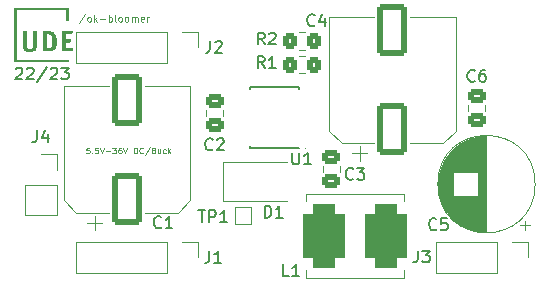
<source format=gto>
%TF.GenerationSoftware,KiCad,Pcbnew,(6.0.8)*%
%TF.CreationDate,2022-12-06T12:54:16+01:00*%
%TF.ProjectId,Single-DCDC-Converter-Rev2,53696e67-6c65-42d4-9443-44432d436f6e,rev?*%
%TF.SameCoordinates,Original*%
%TF.FileFunction,Legend,Top*%
%TF.FilePolarity,Positive*%
%FSLAX46Y46*%
G04 Gerber Fmt 4.6, Leading zero omitted, Abs format (unit mm)*
G04 Created by KiCad (PCBNEW (6.0.8)) date 2022-12-06 12:54:16*
%MOMM*%
%LPD*%
G01*
G04 APERTURE LIST*
G04 Aperture macros list*
%AMRoundRect*
0 Rectangle with rounded corners*
0 $1 Rounding radius*
0 $2 $3 $4 $5 $6 $7 $8 $9 X,Y pos of 4 corners*
0 Add a 4 corners polygon primitive as box body*
4,1,4,$2,$3,$4,$5,$6,$7,$8,$9,$2,$3,0*
0 Add four circle primitives for the rounded corners*
1,1,$1+$1,$2,$3*
1,1,$1+$1,$4,$5*
1,1,$1+$1,$6,$7*
1,1,$1+$1,$8,$9*
0 Add four rect primitives between the rounded corners*
20,1,$1+$1,$2,$3,$4,$5,0*
20,1,$1+$1,$4,$5,$6,$7,0*
20,1,$1+$1,$6,$7,$8,$9,0*
20,1,$1+$1,$8,$9,$2,$3,0*%
G04 Aperture macros list end*
%ADD10C,0.125000*%
%ADD11C,0.150000*%
%ADD12C,0.120000*%
%ADD13RoundRect,0.250000X1.000000X-1.950000X1.000000X1.950000X-1.000000X1.950000X-1.000000X-1.950000X0*%
%ADD14R,1.700000X1.700000*%
%ADD15O,1.700000X1.700000*%
%ADD16RoundRect,0.250000X0.475000X-0.337500X0.475000X0.337500X-0.475000X0.337500X-0.475000X-0.337500X0*%
%ADD17R,2.600000X3.100000*%
%ADD18R,1.550000X0.600000*%
%ADD19RoundRect,0.900000X-0.900000X1.850000X-0.900000X-1.850000X0.900000X-1.850000X0.900000X1.850000X0*%
%ADD20RoundRect,0.900000X0.900000X-1.850000X0.900000X1.850000X-0.900000X1.850000X-0.900000X-1.850000X0*%
%ADD21R,1.600000X1.600000*%
%ADD22C,1.600000*%
%ADD23R,2.500000X1.800000*%
%ADD24R,1.000000X1.000000*%
%ADD25C,5.000000*%
%ADD26RoundRect,0.250000X-0.350000X-0.450000X0.350000X-0.450000X0.350000X0.450000X-0.350000X0.450000X0*%
%ADD27RoundRect,0.250000X0.350000X0.450000X-0.350000X0.450000X-0.350000X-0.450000X0.350000X-0.450000X0*%
G04 APERTURE END LIST*
D10*
X91002380Y-51626190D02*
X90764285Y-51626190D01*
X90740476Y-51864285D01*
X90764285Y-51840476D01*
X90811904Y-51816666D01*
X90930952Y-51816666D01*
X90978571Y-51840476D01*
X91002380Y-51864285D01*
X91026190Y-51911904D01*
X91026190Y-52030952D01*
X91002380Y-52078571D01*
X90978571Y-52102380D01*
X90930952Y-52126190D01*
X90811904Y-52126190D01*
X90764285Y-52102380D01*
X90740476Y-52078571D01*
X91240476Y-52078571D02*
X91264285Y-52102380D01*
X91240476Y-52126190D01*
X91216666Y-52102380D01*
X91240476Y-52078571D01*
X91240476Y-52126190D01*
X91716666Y-51626190D02*
X91478571Y-51626190D01*
X91454761Y-51864285D01*
X91478571Y-51840476D01*
X91526190Y-51816666D01*
X91645238Y-51816666D01*
X91692857Y-51840476D01*
X91716666Y-51864285D01*
X91740476Y-51911904D01*
X91740476Y-52030952D01*
X91716666Y-52078571D01*
X91692857Y-52102380D01*
X91645238Y-52126190D01*
X91526190Y-52126190D01*
X91478571Y-52102380D01*
X91454761Y-52078571D01*
X91883333Y-51626190D02*
X92050000Y-52126190D01*
X92216666Y-51626190D01*
X92383333Y-51935714D02*
X92764285Y-51935714D01*
X92954761Y-51626190D02*
X93264285Y-51626190D01*
X93097619Y-51816666D01*
X93169047Y-51816666D01*
X93216666Y-51840476D01*
X93240476Y-51864285D01*
X93264285Y-51911904D01*
X93264285Y-52030952D01*
X93240476Y-52078571D01*
X93216666Y-52102380D01*
X93169047Y-52126190D01*
X93026190Y-52126190D01*
X92978571Y-52102380D01*
X92954761Y-52078571D01*
X93692857Y-51626190D02*
X93597619Y-51626190D01*
X93550000Y-51650000D01*
X93526190Y-51673809D01*
X93478571Y-51745238D01*
X93454761Y-51840476D01*
X93454761Y-52030952D01*
X93478571Y-52078571D01*
X93502380Y-52102380D01*
X93550000Y-52126190D01*
X93645238Y-52126190D01*
X93692857Y-52102380D01*
X93716666Y-52078571D01*
X93740476Y-52030952D01*
X93740476Y-51911904D01*
X93716666Y-51864285D01*
X93692857Y-51840476D01*
X93645238Y-51816666D01*
X93550000Y-51816666D01*
X93502380Y-51840476D01*
X93478571Y-51864285D01*
X93454761Y-51911904D01*
X93883333Y-51626190D02*
X94050000Y-52126190D01*
X94216666Y-51626190D01*
X94764285Y-52126190D02*
X94764285Y-51626190D01*
X94883333Y-51626190D01*
X94954761Y-51650000D01*
X95002380Y-51697619D01*
X95026190Y-51745238D01*
X95050000Y-51840476D01*
X95050000Y-51911904D01*
X95026190Y-52007142D01*
X95002380Y-52054761D01*
X94954761Y-52102380D01*
X94883333Y-52126190D01*
X94764285Y-52126190D01*
X95550000Y-52078571D02*
X95526190Y-52102380D01*
X95454761Y-52126190D01*
X95407142Y-52126190D01*
X95335714Y-52102380D01*
X95288095Y-52054761D01*
X95264285Y-52007142D01*
X95240476Y-51911904D01*
X95240476Y-51840476D01*
X95264285Y-51745238D01*
X95288095Y-51697619D01*
X95335714Y-51650000D01*
X95407142Y-51626190D01*
X95454761Y-51626190D01*
X95526190Y-51650000D01*
X95550000Y-51673809D01*
X96121428Y-51602380D02*
X95692857Y-52245238D01*
X96454761Y-51864285D02*
X96526190Y-51888095D01*
X96550000Y-51911904D01*
X96573809Y-51959523D01*
X96573809Y-52030952D01*
X96550000Y-52078571D01*
X96526190Y-52102380D01*
X96478571Y-52126190D01*
X96288095Y-52126190D01*
X96288095Y-51626190D01*
X96454761Y-51626190D01*
X96502380Y-51650000D01*
X96526190Y-51673809D01*
X96550000Y-51721428D01*
X96550000Y-51769047D01*
X96526190Y-51816666D01*
X96502380Y-51840476D01*
X96454761Y-51864285D01*
X96288095Y-51864285D01*
X97002380Y-51792857D02*
X97002380Y-52126190D01*
X96788095Y-51792857D02*
X96788095Y-52054761D01*
X96811904Y-52102380D01*
X96859523Y-52126190D01*
X96930952Y-52126190D01*
X96978571Y-52102380D01*
X97002380Y-52078571D01*
X97454761Y-52102380D02*
X97407142Y-52126190D01*
X97311904Y-52126190D01*
X97264285Y-52102380D01*
X97240476Y-52078571D01*
X97216666Y-52030952D01*
X97216666Y-51888095D01*
X97240476Y-51840476D01*
X97264285Y-51816666D01*
X97311904Y-51792857D01*
X97407142Y-51792857D01*
X97454761Y-51816666D01*
X97669047Y-52126190D02*
X97669047Y-51626190D01*
X97716666Y-51935714D02*
X97859523Y-52126190D01*
X97859523Y-51792857D02*
X97669047Y-51983333D01*
X90657142Y-40342857D02*
X90142857Y-41114285D01*
X90942857Y-40971428D02*
X90885714Y-40942857D01*
X90857142Y-40914285D01*
X90828571Y-40857142D01*
X90828571Y-40685714D01*
X90857142Y-40628571D01*
X90885714Y-40600000D01*
X90942857Y-40571428D01*
X91028571Y-40571428D01*
X91085714Y-40600000D01*
X91114285Y-40628571D01*
X91142857Y-40685714D01*
X91142857Y-40857142D01*
X91114285Y-40914285D01*
X91085714Y-40942857D01*
X91028571Y-40971428D01*
X90942857Y-40971428D01*
X91400000Y-40971428D02*
X91400000Y-40371428D01*
X91457142Y-40742857D02*
X91628571Y-40971428D01*
X91628571Y-40571428D02*
X91400000Y-40800000D01*
X91885714Y-40742857D02*
X92342857Y-40742857D01*
X92628571Y-40971428D02*
X92628571Y-40371428D01*
X92628571Y-40600000D02*
X92685714Y-40571428D01*
X92800000Y-40571428D01*
X92857142Y-40600000D01*
X92885714Y-40628571D01*
X92914285Y-40685714D01*
X92914285Y-40857142D01*
X92885714Y-40914285D01*
X92857142Y-40942857D01*
X92800000Y-40971428D01*
X92685714Y-40971428D01*
X92628571Y-40942857D01*
X93257142Y-40971428D02*
X93200000Y-40942857D01*
X93171428Y-40885714D01*
X93171428Y-40371428D01*
X93571428Y-40971428D02*
X93514285Y-40942857D01*
X93485714Y-40914285D01*
X93457142Y-40857142D01*
X93457142Y-40685714D01*
X93485714Y-40628571D01*
X93514285Y-40600000D01*
X93571428Y-40571428D01*
X93657142Y-40571428D01*
X93714285Y-40600000D01*
X93742857Y-40628571D01*
X93771428Y-40685714D01*
X93771428Y-40857142D01*
X93742857Y-40914285D01*
X93714285Y-40942857D01*
X93657142Y-40971428D01*
X93571428Y-40971428D01*
X94114285Y-40971428D02*
X94057142Y-40942857D01*
X94028571Y-40914285D01*
X94000000Y-40857142D01*
X94000000Y-40685714D01*
X94028571Y-40628571D01*
X94057142Y-40600000D01*
X94114285Y-40571428D01*
X94200000Y-40571428D01*
X94257142Y-40600000D01*
X94285714Y-40628571D01*
X94314285Y-40685714D01*
X94314285Y-40857142D01*
X94285714Y-40914285D01*
X94257142Y-40942857D01*
X94200000Y-40971428D01*
X94114285Y-40971428D01*
X94571428Y-40971428D02*
X94571428Y-40571428D01*
X94571428Y-40628571D02*
X94600000Y-40600000D01*
X94657142Y-40571428D01*
X94742857Y-40571428D01*
X94800000Y-40600000D01*
X94828571Y-40657142D01*
X94828571Y-40971428D01*
X94828571Y-40657142D02*
X94857142Y-40600000D01*
X94914285Y-40571428D01*
X95000000Y-40571428D01*
X95057142Y-40600000D01*
X95085714Y-40657142D01*
X95085714Y-40971428D01*
X95600000Y-40942857D02*
X95542857Y-40971428D01*
X95428571Y-40971428D01*
X95371428Y-40942857D01*
X95342857Y-40885714D01*
X95342857Y-40657142D01*
X95371428Y-40600000D01*
X95428571Y-40571428D01*
X95542857Y-40571428D01*
X95600000Y-40600000D01*
X95628571Y-40657142D01*
X95628571Y-40714285D01*
X95342857Y-40771428D01*
X95885714Y-40971428D02*
X95885714Y-40571428D01*
X95885714Y-40685714D02*
X95914285Y-40628571D01*
X95942857Y-40600000D01*
X96000000Y-40571428D01*
X96057142Y-40571428D01*
D11*
X84761904Y-44947619D02*
X84809523Y-44900000D01*
X84904761Y-44852380D01*
X85142857Y-44852380D01*
X85238095Y-44900000D01*
X85285714Y-44947619D01*
X85333333Y-45042857D01*
X85333333Y-45138095D01*
X85285714Y-45280952D01*
X84714285Y-45852380D01*
X85333333Y-45852380D01*
X85714285Y-44947619D02*
X85761904Y-44900000D01*
X85857142Y-44852380D01*
X86095238Y-44852380D01*
X86190476Y-44900000D01*
X86238095Y-44947619D01*
X86285714Y-45042857D01*
X86285714Y-45138095D01*
X86238095Y-45280952D01*
X85666666Y-45852380D01*
X86285714Y-45852380D01*
X87428571Y-44804761D02*
X86571428Y-46090476D01*
X87714285Y-44947619D02*
X87761904Y-44900000D01*
X87857142Y-44852380D01*
X88095238Y-44852380D01*
X88190476Y-44900000D01*
X88238095Y-44947619D01*
X88285714Y-45042857D01*
X88285714Y-45138095D01*
X88238095Y-45280952D01*
X87666666Y-45852380D01*
X88285714Y-45852380D01*
X88619047Y-44852380D02*
X89238095Y-44852380D01*
X88904761Y-45233333D01*
X89047619Y-45233333D01*
X89142857Y-45280952D01*
X89190476Y-45328571D01*
X89238095Y-45423809D01*
X89238095Y-45661904D01*
X89190476Y-45757142D01*
X89142857Y-45804761D01*
X89047619Y-45852380D01*
X88761904Y-45852380D01*
X88666666Y-45804761D01*
X88619047Y-45757142D01*
X97083333Y-58357142D02*
X97035714Y-58404761D01*
X96892857Y-58452380D01*
X96797619Y-58452380D01*
X96654761Y-58404761D01*
X96559523Y-58309523D01*
X96511904Y-58214285D01*
X96464285Y-58023809D01*
X96464285Y-57880952D01*
X96511904Y-57690476D01*
X96559523Y-57595238D01*
X96654761Y-57500000D01*
X96797619Y-57452380D01*
X96892857Y-57452380D01*
X97035714Y-57500000D01*
X97083333Y-57547619D01*
X98035714Y-58452380D02*
X97464285Y-58452380D01*
X97750000Y-58452380D02*
X97750000Y-57452380D01*
X97654761Y-57595238D01*
X97559523Y-57690476D01*
X97464285Y-57738095D01*
X101216666Y-42602380D02*
X101216666Y-43316666D01*
X101169047Y-43459523D01*
X101073809Y-43554761D01*
X100930952Y-43602380D01*
X100835714Y-43602380D01*
X101645238Y-42697619D02*
X101692857Y-42650000D01*
X101788095Y-42602380D01*
X102026190Y-42602380D01*
X102121428Y-42650000D01*
X102169047Y-42697619D01*
X102216666Y-42792857D01*
X102216666Y-42888095D01*
X102169047Y-43030952D01*
X101597619Y-43602380D01*
X102216666Y-43602380D01*
X101433333Y-51757142D02*
X101385714Y-51804761D01*
X101242857Y-51852380D01*
X101147619Y-51852380D01*
X101004761Y-51804761D01*
X100909523Y-51709523D01*
X100861904Y-51614285D01*
X100814285Y-51423809D01*
X100814285Y-51280952D01*
X100861904Y-51090476D01*
X100909523Y-50995238D01*
X101004761Y-50900000D01*
X101147619Y-50852380D01*
X101242857Y-50852380D01*
X101385714Y-50900000D01*
X101433333Y-50947619D01*
X101814285Y-50947619D02*
X101861904Y-50900000D01*
X101957142Y-50852380D01*
X102195238Y-50852380D01*
X102290476Y-50900000D01*
X102338095Y-50947619D01*
X102385714Y-51042857D01*
X102385714Y-51138095D01*
X102338095Y-51280952D01*
X101766666Y-51852380D01*
X102385714Y-51852380D01*
X108188095Y-52052380D02*
X108188095Y-52861904D01*
X108235714Y-52957142D01*
X108283333Y-53004761D01*
X108378571Y-53052380D01*
X108569047Y-53052380D01*
X108664285Y-53004761D01*
X108711904Y-52957142D01*
X108759523Y-52861904D01*
X108759523Y-52052380D01*
X109759523Y-53052380D02*
X109188095Y-53052380D01*
X109473809Y-53052380D02*
X109473809Y-52052380D01*
X109378571Y-52195238D01*
X109283333Y-52290476D01*
X109188095Y-52338095D01*
X107908333Y-62527380D02*
X107432142Y-62527380D01*
X107432142Y-61527380D01*
X108765476Y-62527380D02*
X108194047Y-62527380D01*
X108479761Y-62527380D02*
X108479761Y-61527380D01*
X108384523Y-61670238D01*
X108289285Y-61765476D01*
X108194047Y-61813095D01*
X120381733Y-58523142D02*
X120334114Y-58570761D01*
X120191257Y-58618380D01*
X120096019Y-58618380D01*
X119953161Y-58570761D01*
X119857923Y-58475523D01*
X119810304Y-58380285D01*
X119762685Y-58189809D01*
X119762685Y-58046952D01*
X119810304Y-57856476D01*
X119857923Y-57761238D01*
X119953161Y-57666000D01*
X120096019Y-57618380D01*
X120191257Y-57618380D01*
X120334114Y-57666000D01*
X120381733Y-57713619D01*
X121286495Y-57618380D02*
X120810304Y-57618380D01*
X120762685Y-58094571D01*
X120810304Y-58046952D01*
X120905542Y-57999333D01*
X121143638Y-57999333D01*
X121238876Y-58046952D01*
X121286495Y-58094571D01*
X121334114Y-58189809D01*
X121334114Y-58427904D01*
X121286495Y-58523142D01*
X121238876Y-58570761D01*
X121143638Y-58618380D01*
X120905542Y-58618380D01*
X120810304Y-58570761D01*
X120762685Y-58523142D01*
X113333333Y-54257142D02*
X113285714Y-54304761D01*
X113142857Y-54352380D01*
X113047619Y-54352380D01*
X112904761Y-54304761D01*
X112809523Y-54209523D01*
X112761904Y-54114285D01*
X112714285Y-53923809D01*
X112714285Y-53780952D01*
X112761904Y-53590476D01*
X112809523Y-53495238D01*
X112904761Y-53400000D01*
X113047619Y-53352380D01*
X113142857Y-53352380D01*
X113285714Y-53400000D01*
X113333333Y-53447619D01*
X113666666Y-53352380D02*
X114285714Y-53352380D01*
X113952380Y-53733333D01*
X114095238Y-53733333D01*
X114190476Y-53780952D01*
X114238095Y-53828571D01*
X114285714Y-53923809D01*
X114285714Y-54161904D01*
X114238095Y-54257142D01*
X114190476Y-54304761D01*
X114095238Y-54352380D01*
X113809523Y-54352380D01*
X113714285Y-54304761D01*
X113666666Y-54257142D01*
X105836904Y-57552380D02*
X105836904Y-56552380D01*
X106075000Y-56552380D01*
X106217857Y-56600000D01*
X106313095Y-56695238D01*
X106360714Y-56790476D01*
X106408333Y-56980952D01*
X106408333Y-57123809D01*
X106360714Y-57314285D01*
X106313095Y-57409523D01*
X106217857Y-57504761D01*
X106075000Y-57552380D01*
X105836904Y-57552380D01*
X107360714Y-57552380D02*
X106789285Y-57552380D01*
X107075000Y-57552380D02*
X107075000Y-56552380D01*
X106979761Y-56695238D01*
X106884523Y-56790476D01*
X106789285Y-56838095D01*
X100238095Y-56952380D02*
X100809523Y-56952380D01*
X100523809Y-57952380D02*
X100523809Y-56952380D01*
X101142857Y-57952380D02*
X101142857Y-56952380D01*
X101523809Y-56952380D01*
X101619047Y-57000000D01*
X101666666Y-57047619D01*
X101714285Y-57142857D01*
X101714285Y-57285714D01*
X101666666Y-57380952D01*
X101619047Y-57428571D01*
X101523809Y-57476190D01*
X101142857Y-57476190D01*
X102666666Y-57952380D02*
X102095238Y-57952380D01*
X102380952Y-57952380D02*
X102380952Y-56952380D01*
X102285714Y-57095238D01*
X102190476Y-57190476D01*
X102095238Y-57238095D01*
X110069333Y-41251142D02*
X110021714Y-41298761D01*
X109878857Y-41346380D01*
X109783619Y-41346380D01*
X109640761Y-41298761D01*
X109545523Y-41203523D01*
X109497904Y-41108285D01*
X109450285Y-40917809D01*
X109450285Y-40774952D01*
X109497904Y-40584476D01*
X109545523Y-40489238D01*
X109640761Y-40394000D01*
X109783619Y-40346380D01*
X109878857Y-40346380D01*
X110021714Y-40394000D01*
X110069333Y-40441619D01*
X110926476Y-40679714D02*
X110926476Y-41346380D01*
X110688380Y-40298761D02*
X110450285Y-41013047D01*
X111069333Y-41013047D01*
X105833333Y-42902380D02*
X105500000Y-42426190D01*
X105261904Y-42902380D02*
X105261904Y-41902380D01*
X105642857Y-41902380D01*
X105738095Y-41950000D01*
X105785714Y-41997619D01*
X105833333Y-42092857D01*
X105833333Y-42235714D01*
X105785714Y-42330952D01*
X105738095Y-42378571D01*
X105642857Y-42426190D01*
X105261904Y-42426190D01*
X106214285Y-41997619D02*
X106261904Y-41950000D01*
X106357142Y-41902380D01*
X106595238Y-41902380D01*
X106690476Y-41950000D01*
X106738095Y-41997619D01*
X106785714Y-42092857D01*
X106785714Y-42188095D01*
X106738095Y-42330952D01*
X106166666Y-42902380D01*
X106785714Y-42902380D01*
X101166666Y-60372380D02*
X101166666Y-61086666D01*
X101119047Y-61229523D01*
X101023809Y-61324761D01*
X100880952Y-61372380D01*
X100785714Y-61372380D01*
X102166666Y-61372380D02*
X101595238Y-61372380D01*
X101880952Y-61372380D02*
X101880952Y-60372380D01*
X101785714Y-60515238D01*
X101690476Y-60610476D01*
X101595238Y-60658095D01*
X118816666Y-60352380D02*
X118816666Y-61066666D01*
X118769047Y-61209523D01*
X118673809Y-61304761D01*
X118530952Y-61352380D01*
X118435714Y-61352380D01*
X119197619Y-60352380D02*
X119816666Y-60352380D01*
X119483333Y-60733333D01*
X119626190Y-60733333D01*
X119721428Y-60780952D01*
X119769047Y-60828571D01*
X119816666Y-60923809D01*
X119816666Y-61161904D01*
X119769047Y-61257142D01*
X119721428Y-61304761D01*
X119626190Y-61352380D01*
X119340476Y-61352380D01*
X119245238Y-61304761D01*
X119197619Y-61257142D01*
X86566666Y-50182380D02*
X86566666Y-50896666D01*
X86519047Y-51039523D01*
X86423809Y-51134761D01*
X86280952Y-51182380D01*
X86185714Y-51182380D01*
X87471428Y-50515714D02*
X87471428Y-51182380D01*
X87233333Y-50134761D02*
X86995238Y-50849047D01*
X87614285Y-50849047D01*
X105833333Y-44902380D02*
X105500000Y-44426190D01*
X105261904Y-44902380D02*
X105261904Y-43902380D01*
X105642857Y-43902380D01*
X105738095Y-43950000D01*
X105785714Y-43997619D01*
X105833333Y-44092857D01*
X105833333Y-44235714D01*
X105785714Y-44330952D01*
X105738095Y-44378571D01*
X105642857Y-44426190D01*
X105261904Y-44426190D01*
X106785714Y-44902380D02*
X106214285Y-44902380D01*
X106500000Y-44902380D02*
X106500000Y-43902380D01*
X106404761Y-44045238D01*
X106309523Y-44140476D01*
X106214285Y-44188095D01*
X123633333Y-45957142D02*
X123585714Y-46004761D01*
X123442857Y-46052380D01*
X123347619Y-46052380D01*
X123204761Y-46004761D01*
X123109523Y-45909523D01*
X123061904Y-45814285D01*
X123014285Y-45623809D01*
X123014285Y-45480952D01*
X123061904Y-45290476D01*
X123109523Y-45195238D01*
X123204761Y-45100000D01*
X123347619Y-45052380D01*
X123442857Y-45052380D01*
X123585714Y-45100000D01*
X123633333Y-45147619D01*
X124490476Y-45052380D02*
X124300000Y-45052380D01*
X124204761Y-45100000D01*
X124157142Y-45147619D01*
X124061904Y-45290476D01*
X124014285Y-45480952D01*
X124014285Y-45861904D01*
X124061904Y-45957142D01*
X124109523Y-46004761D01*
X124204761Y-46052380D01*
X124395238Y-46052380D01*
X124490476Y-46004761D01*
X124538095Y-45957142D01*
X124585714Y-45861904D01*
X124585714Y-45623809D01*
X124538095Y-45528571D01*
X124490476Y-45480952D01*
X124395238Y-45433333D01*
X124204761Y-45433333D01*
X124109523Y-45480952D01*
X124061904Y-45528571D01*
X124014285Y-45623809D01*
D12*
X98495563Y-57160000D02*
X95710000Y-57160000D01*
X90815000Y-58025000D02*
X92065000Y-58025000D01*
X88840000Y-56095563D02*
X88840000Y-46440000D01*
X91440000Y-58650000D02*
X91440000Y-57400000D01*
X98495563Y-57160000D02*
X99560000Y-56095563D01*
X99560000Y-46440000D02*
X95710000Y-46440000D01*
X89904437Y-57160000D02*
X88840000Y-56095563D01*
X99560000Y-56095563D02*
X99560000Y-46440000D01*
X88840000Y-46440000D02*
X92690000Y-46440000D01*
X89904437Y-57160000D02*
X92690000Y-57160000D01*
X100190000Y-41810000D02*
X100190000Y-43140000D01*
X97590000Y-41810000D02*
X89910000Y-41810000D01*
X97590000Y-41810000D02*
X97590000Y-44470000D01*
X98860000Y-41810000D02*
X100190000Y-41810000D01*
X89910000Y-41810000D02*
X89910000Y-44470000D01*
X97590000Y-44470000D02*
X89910000Y-44470000D01*
X102335000Y-48961252D02*
X102335000Y-48438748D01*
X100865000Y-48961252D02*
X100865000Y-48438748D01*
D11*
X104625000Y-46525000D02*
X104625000Y-46670000D01*
X108775000Y-46525000D02*
X104625000Y-46525000D01*
X108775000Y-51675000D02*
X104625000Y-51675000D01*
X108775000Y-51675000D02*
X108775000Y-51625000D01*
X104625000Y-51675000D02*
X104625000Y-51530000D01*
X108775000Y-46525000D02*
X108775000Y-46670000D01*
D12*
X109240000Y-51640000D02*
G75*
G03*
X109240000Y-51640000I0J0D01*
G01*
X109325000Y-62631000D02*
X109325000Y-62000000D01*
X117625000Y-62631000D02*
X109325000Y-62631000D01*
X109325000Y-55525000D02*
X117625000Y-55525000D01*
X117625000Y-62000000D02*
X117625000Y-62631000D01*
X117625000Y-55525000D02*
X117625000Y-56156000D01*
X109325000Y-56156000D02*
X109325000Y-55525000D01*
X120744000Y-56071000D02*
X120744000Y-53379000D01*
X121744000Y-57632000D02*
X121744000Y-51818000D01*
X122304000Y-53685000D02*
X122304000Y-51360000D01*
X123184000Y-53685000D02*
X123184000Y-50904000D01*
X121944000Y-53685000D02*
X121944000Y-51635000D01*
X122424000Y-58169000D02*
X122424000Y-55765000D01*
X121984000Y-53685000D02*
X121984000Y-51601000D01*
X122384000Y-53685000D02*
X122384000Y-51307000D01*
X123544000Y-53685000D02*
X123544000Y-50789000D01*
X123344000Y-53685000D02*
X123344000Y-50848000D01*
X121424000Y-57281000D02*
X121424000Y-52169000D01*
X120704000Y-55954000D02*
X120704000Y-53496000D01*
X122344000Y-53685000D02*
X122344000Y-51333000D01*
X122984000Y-58465000D02*
X122984000Y-55765000D01*
X124585000Y-58805000D02*
X124585000Y-50645000D01*
X121384000Y-57230000D02*
X121384000Y-52220000D01*
X121144000Y-56891000D02*
X121144000Y-52559000D01*
X122904000Y-53685000D02*
X122904000Y-51021000D01*
X121104000Y-56827000D02*
X121104000Y-52623000D01*
X122504000Y-58218000D02*
X122504000Y-55765000D01*
X123024000Y-58482000D02*
X123024000Y-55765000D01*
X122104000Y-57945000D02*
X122104000Y-55765000D01*
X122424000Y-53685000D02*
X122424000Y-51281000D01*
X124145000Y-58777000D02*
X124145000Y-50673000D01*
X122744000Y-53685000D02*
X122744000Y-51098000D01*
X123264000Y-58575000D02*
X123264000Y-55765000D01*
X123985000Y-58755000D02*
X123985000Y-50695000D01*
X123184000Y-58546000D02*
X123184000Y-55765000D01*
X123104000Y-53685000D02*
X123104000Y-50935000D01*
X123504000Y-53685000D02*
X123504000Y-50800000D01*
X123584000Y-58672000D02*
X123584000Y-55765000D01*
X123784000Y-58719000D02*
X123784000Y-55765000D01*
X122024000Y-57881000D02*
X122024000Y-55765000D01*
X121584000Y-57466000D02*
X121584000Y-51984000D01*
X121264000Y-57070000D02*
X121264000Y-52380000D01*
X121064000Y-56759000D02*
X121064000Y-52691000D01*
X123424000Y-53685000D02*
X123424000Y-50823000D01*
X123104000Y-58515000D02*
X123104000Y-55765000D01*
X123464000Y-53685000D02*
X123464000Y-50811000D01*
X123144000Y-58530000D02*
X123144000Y-55765000D01*
X123784000Y-53685000D02*
X123784000Y-50731000D01*
X123704000Y-53685000D02*
X123704000Y-50749000D01*
X121344000Y-57179000D02*
X121344000Y-52271000D01*
X124225000Y-58786000D02*
X124225000Y-50664000D01*
X120864000Y-56370000D02*
X120864000Y-53080000D01*
X122024000Y-53685000D02*
X122024000Y-51569000D01*
X122824000Y-53685000D02*
X122824000Y-51059000D01*
X123744000Y-58710000D02*
X123744000Y-55765000D01*
X122624000Y-53685000D02*
X122624000Y-51163000D01*
X123064000Y-53685000D02*
X123064000Y-50951000D01*
X123424000Y-58627000D02*
X123424000Y-55765000D01*
X123384000Y-58614000D02*
X123384000Y-55765000D01*
X122784000Y-53685000D02*
X122784000Y-51078000D01*
X122744000Y-58352000D02*
X122744000Y-55765000D01*
X122464000Y-53685000D02*
X122464000Y-51256000D01*
X124065000Y-58767000D02*
X124065000Y-50683000D01*
X124305000Y-58793000D02*
X124305000Y-50657000D01*
X123304000Y-53685000D02*
X123304000Y-50862000D01*
X124025000Y-58762000D02*
X124025000Y-50688000D01*
X123864000Y-53685000D02*
X123864000Y-50715000D01*
X123704000Y-58701000D02*
X123704000Y-55765000D01*
X123664000Y-53685000D02*
X123664000Y-50758000D01*
X122984000Y-53685000D02*
X122984000Y-50985000D01*
X124465000Y-58802000D02*
X124465000Y-50648000D01*
X123664000Y-58692000D02*
X123664000Y-55765000D01*
X120944000Y-56538000D02*
X120944000Y-52912000D01*
X123904000Y-53685000D02*
X123904000Y-50708000D01*
X123344000Y-58602000D02*
X123344000Y-55765000D01*
X121544000Y-57422000D02*
X121544000Y-52028000D01*
X122544000Y-53685000D02*
X122544000Y-51208000D01*
X122264000Y-58063000D02*
X122264000Y-55765000D01*
X122344000Y-58117000D02*
X122344000Y-55765000D01*
X121184000Y-56953000D02*
X121184000Y-52497000D01*
X128275000Y-58225000D02*
X127475000Y-58225000D01*
X121304000Y-57125000D02*
X121304000Y-52325000D01*
X123624000Y-58682000D02*
X123624000Y-55765000D01*
X120784000Y-56178000D02*
X120784000Y-53272000D01*
X122144000Y-57975000D02*
X122144000Y-55765000D01*
X121864000Y-53685000D02*
X121864000Y-51706000D01*
X121904000Y-57780000D02*
X121904000Y-55765000D01*
X120544000Y-55258000D02*
X120544000Y-54192000D01*
X121704000Y-57592000D02*
X121704000Y-51858000D01*
X122704000Y-58331000D02*
X122704000Y-55765000D01*
X122784000Y-58372000D02*
X122784000Y-55765000D01*
X122264000Y-53685000D02*
X122264000Y-51387000D01*
X122464000Y-58194000D02*
X122464000Y-55765000D01*
X123544000Y-58661000D02*
X123544000Y-55765000D01*
X122864000Y-58411000D02*
X122864000Y-55765000D01*
X122184000Y-58005000D02*
X122184000Y-55765000D01*
X123464000Y-58639000D02*
X123464000Y-55765000D01*
X121824000Y-57708000D02*
X121824000Y-51742000D01*
X121504000Y-57376000D02*
X121504000Y-52074000D01*
X123304000Y-58588000D02*
X123304000Y-55765000D01*
X121224000Y-57012000D02*
X121224000Y-52438000D01*
X121624000Y-57509000D02*
X121624000Y-51941000D01*
X120984000Y-56615000D02*
X120984000Y-52835000D01*
X123144000Y-53685000D02*
X123144000Y-50920000D01*
X122224000Y-53685000D02*
X122224000Y-51416000D01*
X122144000Y-53685000D02*
X122144000Y-51475000D01*
X120824000Y-56277000D02*
X120824000Y-53173000D01*
X121664000Y-57551000D02*
X121664000Y-51899000D01*
X123504000Y-58650000D02*
X123504000Y-55765000D01*
X121984000Y-57849000D02*
X121984000Y-55765000D01*
X124625000Y-58805000D02*
X124625000Y-50645000D01*
X122944000Y-53685000D02*
X122944000Y-51003000D01*
X120664000Y-55823000D02*
X120664000Y-53627000D01*
X122904000Y-58429000D02*
X122904000Y-55765000D01*
X120584000Y-55493000D02*
X120584000Y-53957000D01*
X122584000Y-53685000D02*
X122584000Y-51185000D01*
X123624000Y-53685000D02*
X123624000Y-50768000D01*
X122704000Y-53685000D02*
X122704000Y-51119000D01*
X123384000Y-53685000D02*
X123384000Y-50836000D01*
X123584000Y-53685000D02*
X123584000Y-50778000D01*
X122384000Y-58143000D02*
X122384000Y-55765000D01*
X122184000Y-53685000D02*
X122184000Y-51445000D01*
X124265000Y-58790000D02*
X124265000Y-50660000D01*
X121024000Y-56689000D02*
X121024000Y-52761000D01*
X121464000Y-57329000D02*
X121464000Y-52121000D01*
X123264000Y-53685000D02*
X123264000Y-50875000D01*
X122064000Y-57914000D02*
X122064000Y-55765000D01*
X122104000Y-53685000D02*
X122104000Y-51505000D01*
X122664000Y-53685000D02*
X122664000Y-51141000D01*
X123904000Y-58742000D02*
X123904000Y-55765000D01*
X123824000Y-53685000D02*
X123824000Y-50723000D01*
X123224000Y-53685000D02*
X123224000Y-50890000D01*
X122664000Y-58309000D02*
X122664000Y-55765000D01*
X122504000Y-53685000D02*
X122504000Y-51232000D01*
X123945000Y-58749000D02*
X123945000Y-50701000D01*
X122544000Y-58242000D02*
X122544000Y-55765000D01*
X120624000Y-55673000D02*
X120624000Y-53777000D01*
X127875000Y-58625000D02*
X127875000Y-57825000D01*
X120904000Y-56456000D02*
X120904000Y-52994000D01*
X124185000Y-58782000D02*
X124185000Y-50668000D01*
X121864000Y-57744000D02*
X121864000Y-55765000D01*
X123024000Y-53685000D02*
X123024000Y-50968000D01*
X122864000Y-53685000D02*
X122864000Y-51039000D01*
X121904000Y-53685000D02*
X121904000Y-51670000D01*
X123824000Y-58727000D02*
X123824000Y-55765000D01*
X124425000Y-58801000D02*
X124425000Y-50649000D01*
X122584000Y-58265000D02*
X122584000Y-55765000D01*
X123744000Y-53685000D02*
X123744000Y-50740000D01*
X123864000Y-58735000D02*
X123864000Y-55765000D01*
X124105000Y-58773000D02*
X124105000Y-50677000D01*
X124545000Y-58805000D02*
X124545000Y-50645000D01*
X122824000Y-58391000D02*
X122824000Y-55765000D01*
X122944000Y-58447000D02*
X122944000Y-55765000D01*
X123224000Y-58560000D02*
X123224000Y-55765000D01*
X124385000Y-58799000D02*
X124385000Y-50651000D01*
X122624000Y-58287000D02*
X122624000Y-55765000D01*
X122224000Y-58034000D02*
X122224000Y-55765000D01*
X121944000Y-57815000D02*
X121944000Y-55765000D01*
X124345000Y-58796000D02*
X124345000Y-50654000D01*
X122064000Y-53685000D02*
X122064000Y-51536000D01*
X122304000Y-58090000D02*
X122304000Y-55765000D01*
X123064000Y-58499000D02*
X123064000Y-55765000D01*
X124505000Y-58804000D02*
X124505000Y-50646000D01*
X121784000Y-57670000D02*
X121784000Y-51780000D01*
X128745000Y-54725000D02*
G75*
G03*
X128745000Y-54725000I-4120000J0D01*
G01*
X112235000Y-53686252D02*
X112235000Y-53163748D01*
X110765000Y-53686252D02*
X110765000Y-53163748D01*
X102300000Y-52850000D02*
X102300000Y-56150000D01*
X102300000Y-56150000D02*
X107700000Y-56150000D01*
X102300000Y-52850000D02*
X107700000Y-52850000D01*
X103300000Y-58100000D02*
X103300000Y-56700000D01*
X103300000Y-56700000D02*
X104700000Y-56700000D01*
X104700000Y-56700000D02*
X104700000Y-58100000D01*
X104700000Y-58100000D02*
X103300000Y-58100000D01*
X113890000Y-52750000D02*
X113890000Y-51500000D01*
X112354437Y-51260000D02*
X111290000Y-50195563D01*
X111290000Y-40540000D02*
X115140000Y-40540000D01*
X111290000Y-50195563D02*
X111290000Y-40540000D01*
X120945563Y-51260000D02*
X122010000Y-50195563D01*
X122010000Y-50195563D02*
X122010000Y-40540000D01*
X113265000Y-52125000D02*
X114515000Y-52125000D01*
X112354437Y-51260000D02*
X115140000Y-51260000D01*
X122010000Y-40540000D02*
X118160000Y-40540000D01*
X120945563Y-51260000D02*
X118160000Y-51260000D01*
X108772936Y-41865000D02*
X109227064Y-41865000D01*
X108772936Y-43335000D02*
X109227064Y-43335000D01*
X100190000Y-59590000D02*
X100190000Y-60920000D01*
X97590000Y-59590000D02*
X97590000Y-62250000D01*
X97590000Y-59590000D02*
X89910000Y-59590000D01*
X97590000Y-62250000D02*
X89910000Y-62250000D01*
X89910000Y-59590000D02*
X89910000Y-62250000D01*
X98860000Y-59590000D02*
X100190000Y-59590000D01*
X125530000Y-59590000D02*
X120390000Y-59590000D01*
X125530000Y-62250000D02*
X120390000Y-62250000D01*
X128130000Y-59590000D02*
X128130000Y-60920000D01*
X126800000Y-59590000D02*
X128130000Y-59590000D01*
X125530000Y-59590000D02*
X125530000Y-62250000D01*
X120390000Y-59590000D02*
X120390000Y-62250000D01*
X85570000Y-57370000D02*
X88230000Y-57370000D01*
X86900000Y-52170000D02*
X88230000Y-52170000D01*
X85570000Y-54770000D02*
X88230000Y-54770000D01*
X88230000Y-52170000D02*
X88230000Y-53500000D01*
X88230000Y-54770000D02*
X88230000Y-57370000D01*
X85570000Y-54770000D02*
X85570000Y-57370000D01*
X109227064Y-43865000D02*
X108772936Y-43865000D01*
X109227064Y-45335000D02*
X108772936Y-45335000D01*
X124535000Y-48561252D02*
X124535000Y-48038748D01*
X123065000Y-48561252D02*
X123065000Y-48038748D01*
G36*
X89224797Y-41776444D02*
G01*
X89304733Y-41776608D01*
X89373307Y-41776893D01*
X89431183Y-41777311D01*
X89479023Y-41777874D01*
X89517493Y-41778592D01*
X89547256Y-41779476D01*
X89568975Y-41780538D01*
X89583316Y-41781787D01*
X89590940Y-41783236D01*
X89592411Y-41784007D01*
X89596637Y-41789635D01*
X89598797Y-41797331D01*
X89598622Y-41808827D01*
X89595847Y-41825854D01*
X89590204Y-41850142D01*
X89581425Y-41883423D01*
X89571554Y-41919160D01*
X89560024Y-41959369D01*
X89550675Y-41989054D01*
X89542802Y-42010047D01*
X89535696Y-42024182D01*
X89528650Y-42033290D01*
X89526856Y-42034961D01*
X89510484Y-42049238D01*
X89003573Y-42049238D01*
X89003573Y-42461678D01*
X89233905Y-42461678D01*
X89299005Y-42461798D01*
X89352277Y-42462174D01*
X89394581Y-42462835D01*
X89426777Y-42463807D01*
X89449724Y-42465119D01*
X89464284Y-42466798D01*
X89471315Y-42468872D01*
X89471852Y-42469293D01*
X89474860Y-42477151D01*
X89477072Y-42494455D01*
X89478537Y-42522076D01*
X89479310Y-42560883D01*
X89479466Y-42595838D01*
X89479411Y-42637455D01*
X89479111Y-42668218D01*
X89478366Y-42689966D01*
X89476974Y-42704535D01*
X89474735Y-42713763D01*
X89471446Y-42719487D01*
X89466908Y-42723543D01*
X89465364Y-42724646D01*
X89460103Y-42727310D01*
X89451867Y-42729459D01*
X89439388Y-42731146D01*
X89421398Y-42732424D01*
X89396630Y-42733345D01*
X89363818Y-42733963D01*
X89321694Y-42734329D01*
X89268990Y-42734497D01*
X89227417Y-42734524D01*
X89003573Y-42734524D01*
X89003573Y-43223107D01*
X89288332Y-43223107D01*
X89356361Y-43223142D01*
X89412810Y-43223273D01*
X89458790Y-43223540D01*
X89495412Y-43223983D01*
X89523785Y-43224641D01*
X89545020Y-43225553D01*
X89560228Y-43226761D01*
X89570519Y-43228303D01*
X89577004Y-43230219D01*
X89580794Y-43232549D01*
X89581799Y-43233600D01*
X89585106Y-43240705D01*
X89587522Y-43253916D01*
X89589154Y-43274766D01*
X89590108Y-43304788D01*
X89590489Y-43345516D01*
X89590508Y-43359530D01*
X89590272Y-43403645D01*
X89589495Y-43436610D01*
X89588071Y-43459959D01*
X89585892Y-43475224D01*
X89582855Y-43483940D01*
X89581799Y-43485460D01*
X89579296Y-43487493D01*
X89574820Y-43489248D01*
X89567490Y-43490744D01*
X89556428Y-43492002D01*
X89540752Y-43493042D01*
X89519585Y-43493885D01*
X89492045Y-43494550D01*
X89457254Y-43495058D01*
X89414332Y-43495429D01*
X89362399Y-43495684D01*
X89300575Y-43495842D01*
X89227981Y-43495925D01*
X89143738Y-43495952D01*
X89126981Y-43495953D01*
X89040172Y-43495930D01*
X88965181Y-43495847D01*
X88901134Y-43495687D01*
X88847158Y-43495429D01*
X88802380Y-43495054D01*
X88765928Y-43494544D01*
X88736927Y-43493880D01*
X88714506Y-43493042D01*
X88697791Y-43492011D01*
X88685909Y-43490768D01*
X88677986Y-43489294D01*
X88673151Y-43487571D01*
X88670901Y-43485982D01*
X88669463Y-43483636D01*
X88668169Y-43479201D01*
X88667011Y-43472046D01*
X88665982Y-43461539D01*
X88665073Y-43447049D01*
X88664279Y-43427944D01*
X88663591Y-43403592D01*
X88663002Y-43373362D01*
X88662505Y-43336623D01*
X88662092Y-43292743D01*
X88661756Y-43241090D01*
X88661489Y-43181034D01*
X88661284Y-43111942D01*
X88661134Y-43033183D01*
X88661031Y-42944125D01*
X88660967Y-42844138D01*
X88660936Y-42732588D01*
X88660930Y-42636173D01*
X88660941Y-42515072D01*
X88660978Y-42406031D01*
X88661049Y-42308417D01*
X88661162Y-42221599D01*
X88661323Y-42144945D01*
X88661540Y-42077825D01*
X88661821Y-42019606D01*
X88662173Y-41969656D01*
X88662603Y-41927345D01*
X88663119Y-41892041D01*
X88663729Y-41863112D01*
X88664439Y-41839928D01*
X88665256Y-41821855D01*
X88666190Y-41808263D01*
X88667246Y-41798521D01*
X88668432Y-41791996D01*
X88669756Y-41788058D01*
X88670901Y-41786364D01*
X88673864Y-41784436D01*
X88679201Y-41782770D01*
X88687779Y-41781347D01*
X88700465Y-41780150D01*
X88718126Y-41779158D01*
X88741631Y-41778354D01*
X88771845Y-41777718D01*
X88809636Y-41777231D01*
X88855871Y-41776876D01*
X88911418Y-41776634D01*
X88977143Y-41776485D01*
X89053914Y-41776411D01*
X89132834Y-41776392D01*
X89224797Y-41776444D01*
G37*
G36*
X87410891Y-41776568D02*
G01*
X87471510Y-41777073D01*
X87527866Y-41777871D01*
X87578300Y-41778926D01*
X87621152Y-41780205D01*
X87654764Y-41781671D01*
X87677476Y-41783289D01*
X87678755Y-41783423D01*
X87768613Y-41797221D01*
X87849526Y-41818526D01*
X87921808Y-41847713D01*
X87985775Y-41885155D01*
X88041743Y-41931225D01*
X88090028Y-41986297D01*
X88130946Y-42050745D01*
X88164811Y-42124943D01*
X88191941Y-42209264D01*
X88212650Y-42304082D01*
X88227254Y-42409770D01*
X88229779Y-42435609D01*
X88232527Y-42477085D01*
X88234215Y-42527153D01*
X88234895Y-42583213D01*
X88234622Y-42642660D01*
X88233450Y-42702892D01*
X88231433Y-42761307D01*
X88228624Y-42815301D01*
X88225078Y-42862272D01*
X88220849Y-42899617D01*
X88220058Y-42904868D01*
X88200258Y-43006152D01*
X88174411Y-43096572D01*
X88142243Y-43176565D01*
X88103482Y-43246566D01*
X88057853Y-43307014D01*
X88005084Y-43358344D01*
X87944901Y-43400993D01*
X87892142Y-43428739D01*
X87854251Y-43444844D01*
X87816755Y-43457849D01*
X87775408Y-43469043D01*
X87725963Y-43479720D01*
X87721834Y-43480531D01*
X87706278Y-43483162D01*
X87687906Y-43485399D01*
X87665487Y-43487290D01*
X87637790Y-43488884D01*
X87603584Y-43490228D01*
X87561637Y-43491371D01*
X87510717Y-43492361D01*
X87449595Y-43493246D01*
X87377037Y-43494074D01*
X87375465Y-43494090D01*
X87306524Y-43494771D01*
X87249166Y-43495245D01*
X87202284Y-43495482D01*
X87164771Y-43495456D01*
X87135522Y-43495139D01*
X87113429Y-43494504D01*
X87097386Y-43493524D01*
X87086287Y-43492170D01*
X87079025Y-43490415D01*
X87074494Y-43488232D01*
X87072480Y-43486562D01*
X87070964Y-43484356D01*
X87069599Y-43480503D01*
X87068378Y-43474366D01*
X87067292Y-43465305D01*
X87066335Y-43452683D01*
X87065498Y-43435861D01*
X87064773Y-43414201D01*
X87064152Y-43387065D01*
X87063627Y-43353814D01*
X87063190Y-43313810D01*
X87062835Y-43266416D01*
X87062623Y-43224951D01*
X87404572Y-43224951D01*
X87498164Y-43221289D01*
X87536257Y-43219198D01*
X87572457Y-43216125D01*
X87603348Y-43212425D01*
X87625512Y-43208453D01*
X87628012Y-43207818D01*
X87680054Y-43189577D01*
X87724841Y-43164554D01*
X87762879Y-43131976D01*
X87794673Y-43091065D01*
X87820730Y-43041046D01*
X87841554Y-42981144D01*
X87857651Y-42910583D01*
X87868288Y-42839220D01*
X87871056Y-42807797D01*
X87873172Y-42766782D01*
X87874636Y-42718809D01*
X87875447Y-42666514D01*
X87875605Y-42612530D01*
X87875109Y-42559491D01*
X87873958Y-42510032D01*
X87872153Y-42466785D01*
X87869693Y-42432386D01*
X87868364Y-42420434D01*
X87855476Y-42342334D01*
X87838555Y-42275604D01*
X87817309Y-42219489D01*
X87791447Y-42173235D01*
X87760677Y-42136084D01*
X87757288Y-42132812D01*
X87728107Y-42107911D01*
X87698091Y-42088521D01*
X87665064Y-42073947D01*
X87626853Y-42063497D01*
X87581282Y-42056474D01*
X87526177Y-42052186D01*
X87501337Y-42051094D01*
X87404572Y-42047539D01*
X87404572Y-43224951D01*
X87062623Y-43224951D01*
X87062551Y-43210992D01*
X87062332Y-43146901D01*
X87062170Y-43073505D01*
X87062057Y-42990164D01*
X87061984Y-42896241D01*
X87061944Y-42791098D01*
X87061930Y-42674096D01*
X87061929Y-42636173D01*
X87061940Y-42515072D01*
X87061977Y-42406031D01*
X87062048Y-42308417D01*
X87062161Y-42221599D01*
X87062322Y-42144945D01*
X87062539Y-42077825D01*
X87062685Y-42047539D01*
X87062820Y-42019606D01*
X87063172Y-41969656D01*
X87063603Y-41927345D01*
X87064119Y-41892041D01*
X87064728Y-41863112D01*
X87065438Y-41839928D01*
X87066256Y-41821855D01*
X87067189Y-41808263D01*
X87068245Y-41798521D01*
X87069431Y-41791996D01*
X87070755Y-41788058D01*
X87071900Y-41786364D01*
X87075593Y-41783893D01*
X87082026Y-41781860D01*
X87092342Y-41780224D01*
X87107685Y-41778942D01*
X87129195Y-41777974D01*
X87158017Y-41777279D01*
X87195293Y-41776815D01*
X87242164Y-41776540D01*
X87299775Y-41776414D01*
X87347669Y-41776392D01*
X87410891Y-41776568D01*
G37*
G36*
X87126493Y-39777643D02*
G01*
X87314527Y-39777649D01*
X87490656Y-39777661D01*
X87655275Y-39777681D01*
X87808778Y-39777712D01*
X87951556Y-39777755D01*
X88084005Y-39777813D01*
X88206516Y-39777888D01*
X88319484Y-39777981D01*
X88423302Y-39778095D01*
X88518364Y-39778231D01*
X88605062Y-39778392D01*
X88683790Y-39778580D01*
X88754941Y-39778797D01*
X88818909Y-39779045D01*
X88876088Y-39779326D01*
X88926869Y-39779642D01*
X88971648Y-39779994D01*
X89010817Y-39780386D01*
X89044770Y-39780819D01*
X89073900Y-39781296D01*
X89098600Y-39781817D01*
X89119264Y-39782386D01*
X89136285Y-39783004D01*
X89150057Y-39783673D01*
X89160973Y-39784396D01*
X89169425Y-39785175D01*
X89175809Y-39786011D01*
X89180517Y-39786906D01*
X89183942Y-39787863D01*
X89186478Y-39788884D01*
X89187525Y-39789414D01*
X89205498Y-39802021D01*
X89223759Y-39819231D01*
X89228670Y-39824899D01*
X89247865Y-39848613D01*
X89249555Y-40393876D01*
X89249836Y-40490343D01*
X89250035Y-40574895D01*
X89250140Y-40648310D01*
X89250140Y-40711362D01*
X89250024Y-40764828D01*
X89249779Y-40809485D01*
X89249396Y-40846107D01*
X89248861Y-40875472D01*
X89248164Y-40898355D01*
X89247294Y-40915532D01*
X89246238Y-40927780D01*
X89244986Y-40935874D01*
X89243525Y-40940591D01*
X89241846Y-40942706D01*
X89241464Y-40942893D01*
X89231430Y-40942252D01*
X89212324Y-40937391D01*
X89186661Y-40929262D01*
X89156955Y-40918818D01*
X89125721Y-40907012D01*
X89095475Y-40894798D01*
X89068732Y-40883128D01*
X89048006Y-40872956D01*
X89035814Y-40865235D01*
X89035299Y-40864768D01*
X89019436Y-40849704D01*
X89017718Y-40427887D01*
X89015999Y-40006070D01*
X84834749Y-40006070D01*
X84834749Y-44193929D01*
X87030203Y-44193929D01*
X87228358Y-44193930D01*
X87414220Y-44193933D01*
X87588183Y-44193941D01*
X87750644Y-44193956D01*
X87902000Y-44193980D01*
X88042646Y-44194016D01*
X88172978Y-44194066D01*
X88293393Y-44194133D01*
X88404287Y-44194217D01*
X88506056Y-44194323D01*
X88599097Y-44194452D01*
X88683805Y-44194606D01*
X88760576Y-44194787D01*
X88829808Y-44194998D01*
X88891895Y-44195242D01*
X88947234Y-44195520D01*
X88996222Y-44195835D01*
X89039254Y-44196189D01*
X89076727Y-44196584D01*
X89109037Y-44197022D01*
X89136580Y-44197506D01*
X89159752Y-44198039D01*
X89178949Y-44198622D01*
X89194568Y-44199257D01*
X89207005Y-44199948D01*
X89216655Y-44200695D01*
X89223916Y-44201502D01*
X89229183Y-44202371D01*
X89232852Y-44203304D01*
X89235320Y-44204303D01*
X89236983Y-44205371D01*
X89238237Y-44206510D01*
X89238347Y-44206620D01*
X89243374Y-44212707D01*
X89246874Y-44220685D01*
X89249120Y-44232770D01*
X89250381Y-44251179D01*
X89250929Y-44278127D01*
X89251037Y-44310333D01*
X89250911Y-44346340D01*
X89250340Y-44371863D01*
X89249040Y-44389109D01*
X89246724Y-44400284D01*
X89243107Y-44407592D01*
X89237903Y-44413241D01*
X89237681Y-44413443D01*
X89236288Y-44414520D01*
X89234303Y-44415531D01*
X89231335Y-44416479D01*
X89226994Y-44417366D01*
X89220889Y-44418194D01*
X89212629Y-44418965D01*
X89201825Y-44419682D01*
X89188084Y-44420347D01*
X89171017Y-44420961D01*
X89150233Y-44421529D01*
X89125341Y-44422050D01*
X89095951Y-44422529D01*
X89061672Y-44422966D01*
X89022114Y-44423365D01*
X88976886Y-44423727D01*
X88925596Y-44424055D01*
X88867856Y-44424352D01*
X88803273Y-44424618D01*
X88731458Y-44424857D01*
X88652020Y-44425071D01*
X88564568Y-44425261D01*
X88468711Y-44425431D01*
X88364060Y-44425583D01*
X88250222Y-44425718D01*
X88126809Y-44425839D01*
X87993428Y-44425949D01*
X87849690Y-44426048D01*
X87695204Y-44426141D01*
X87529579Y-44426229D01*
X87352425Y-44426313D01*
X87163351Y-44426397D01*
X86967671Y-44426481D01*
X86798998Y-44426538D01*
X86633492Y-44426568D01*
X86471608Y-44426570D01*
X86313801Y-44426546D01*
X86160529Y-44426496D01*
X86012246Y-44426422D01*
X85869409Y-44426323D01*
X85732474Y-44426201D01*
X85601896Y-44426057D01*
X85478132Y-44425891D01*
X85361638Y-44425705D01*
X85252869Y-44425498D01*
X85152281Y-44425272D01*
X85060331Y-44425027D01*
X84977474Y-44424765D01*
X84904167Y-44424486D01*
X84840864Y-44424191D01*
X84788023Y-44423880D01*
X84746099Y-44423555D01*
X84715548Y-44423216D01*
X84696825Y-44422864D01*
X84690482Y-44422541D01*
X84664185Y-44411394D01*
X84638344Y-44392426D01*
X84618082Y-44369614D01*
X84614246Y-44363336D01*
X84613252Y-44361078D01*
X84612320Y-44357787D01*
X84611447Y-44353072D01*
X84610631Y-44346542D01*
X84609870Y-44337805D01*
X84609162Y-44326470D01*
X84608505Y-44312144D01*
X84607898Y-44294438D01*
X84607339Y-44272958D01*
X84606824Y-44247314D01*
X84606354Y-44217114D01*
X84605925Y-44181966D01*
X84605536Y-44141479D01*
X84605185Y-44095262D01*
X84604870Y-44042922D01*
X84604589Y-43984069D01*
X84604339Y-43918311D01*
X84604121Y-43845256D01*
X84603930Y-43764513D01*
X84603766Y-43675690D01*
X84603626Y-43578396D01*
X84603508Y-43472239D01*
X84603412Y-43356828D01*
X84603334Y-43231771D01*
X84603272Y-43096676D01*
X84603226Y-42951153D01*
X84603192Y-42794810D01*
X84603169Y-42627254D01*
X84603156Y-42448095D01*
X84603149Y-42256941D01*
X84603148Y-42100000D01*
X84603148Y-39856957D01*
X84617977Y-39833106D01*
X84633069Y-39814842D01*
X84652975Y-39797867D01*
X84659779Y-39793448D01*
X84686751Y-39777642D01*
X86926163Y-39777642D01*
X87126493Y-39777643D01*
G37*
G36*
X86451605Y-41776602D02*
G01*
X86493093Y-41777260D01*
X86523748Y-41778410D01*
X86544497Y-41780097D01*
X86556264Y-41782363D01*
X86559386Y-41784007D01*
X86560624Y-41791466D01*
X86561761Y-41810575D01*
X86562796Y-41840291D01*
X86563729Y-41879574D01*
X86564560Y-41927383D01*
X86565287Y-41982676D01*
X86565909Y-42044412D01*
X86566427Y-42111551D01*
X86566839Y-42183051D01*
X86567145Y-42257871D01*
X86567344Y-42334970D01*
X86567435Y-42413307D01*
X86567417Y-42491840D01*
X86567291Y-42569529D01*
X86567055Y-42645332D01*
X86566708Y-42718209D01*
X86566250Y-42787118D01*
X86565681Y-42851018D01*
X86564999Y-42908868D01*
X86564203Y-42959627D01*
X86563294Y-43002254D01*
X86562270Y-43035707D01*
X86561131Y-43058946D01*
X86560238Y-43068776D01*
X86543769Y-43156732D01*
X86519525Y-43234761D01*
X86487224Y-43303177D01*
X86446587Y-43362293D01*
X86397333Y-43412423D01*
X86339182Y-43453880D01*
X86271855Y-43486978D01*
X86195069Y-43512030D01*
X86155948Y-43521051D01*
X86113078Y-43527869D01*
X86061568Y-43533042D01*
X86005382Y-43536413D01*
X85948482Y-43537820D01*
X85894832Y-43537106D01*
X85848396Y-43534110D01*
X85843643Y-43533606D01*
X85754213Y-43518820D01*
X85674070Y-43495396D01*
X85603172Y-43463299D01*
X85541480Y-43422494D01*
X85488952Y-43372948D01*
X85445546Y-43314627D01*
X85411223Y-43247497D01*
X85385940Y-43171522D01*
X85380200Y-43147404D01*
X85376082Y-43127486D01*
X85372436Y-43107135D01*
X85369233Y-43085494D01*
X85366445Y-43061706D01*
X85364044Y-43034915D01*
X85362003Y-43004263D01*
X85360293Y-42968893D01*
X85358887Y-42927950D01*
X85357757Y-42880575D01*
X85356875Y-42825912D01*
X85356213Y-42763104D01*
X85355743Y-42691294D01*
X85355438Y-42609626D01*
X85355268Y-42517242D01*
X85355208Y-42413286D01*
X85355207Y-42379190D01*
X85355250Y-42276670D01*
X85355371Y-42186175D01*
X85355578Y-42107042D01*
X85355880Y-42038605D01*
X85356288Y-41980201D01*
X85356810Y-41931164D01*
X85357455Y-41890830D01*
X85358232Y-41858534D01*
X85359151Y-41833612D01*
X85360221Y-41815400D01*
X85361450Y-41803233D01*
X85362849Y-41796446D01*
X85363268Y-41795428D01*
X85371289Y-41779565D01*
X85524413Y-41777867D01*
X85573265Y-41777418D01*
X85610978Y-41777342D01*
X85639099Y-41777718D01*
X85659176Y-41778626D01*
X85672757Y-41780146D01*
X85681390Y-41782357D01*
X85686622Y-41785338D01*
X85687620Y-41786252D01*
X85689332Y-41788890D01*
X85690842Y-41793671D01*
X85692162Y-41801352D01*
X85693306Y-41812687D01*
X85694286Y-41828431D01*
X85695115Y-41849341D01*
X85695805Y-41876170D01*
X85696371Y-41909674D01*
X85696824Y-41950609D01*
X85697177Y-41999730D01*
X85697444Y-42057792D01*
X85697636Y-42125550D01*
X85697768Y-42203759D01*
X85697851Y-42293176D01*
X85697898Y-42390748D01*
X85697996Y-42486215D01*
X85698221Y-42576692D01*
X85698563Y-42661380D01*
X85699017Y-42739482D01*
X85699573Y-42810198D01*
X85700224Y-42872731D01*
X85700962Y-42926283D01*
X85701778Y-42970056D01*
X85702666Y-43003251D01*
X85703617Y-43025070D01*
X85704262Y-43032750D01*
X85714711Y-43091139D01*
X85729876Y-43138817D01*
X85750441Y-43177108D01*
X85777088Y-43207333D01*
X85804832Y-43227552D01*
X85839714Y-43244586D01*
X85878571Y-43255705D01*
X85924207Y-43261502D01*
X85970548Y-43262688D01*
X86031482Y-43258174D01*
X86083138Y-43245369D01*
X86126248Y-43223775D01*
X86161549Y-43192896D01*
X86189773Y-43152237D01*
X86211655Y-43101302D01*
X86212299Y-43099375D01*
X86213744Y-43092666D01*
X86215056Y-43081251D01*
X86216246Y-43064474D01*
X86217326Y-43041680D01*
X86218307Y-43012216D01*
X86219201Y-42975427D01*
X86220019Y-42930656D01*
X86220774Y-42877251D01*
X86221477Y-42814557D01*
X86222140Y-42741917D01*
X86222774Y-42658679D01*
X86223391Y-42564186D01*
X86224002Y-42457786D01*
X86224121Y-42435682D01*
X86224716Y-42328949D01*
X86225300Y-42234226D01*
X86225889Y-42150834D01*
X86226493Y-42078093D01*
X86227126Y-42015323D01*
X86227800Y-41961844D01*
X86228528Y-41916977D01*
X86229323Y-41880042D01*
X86230197Y-41850358D01*
X86231164Y-41827246D01*
X86232235Y-41810026D01*
X86233425Y-41798019D01*
X86234744Y-41790544D01*
X86236206Y-41786921D01*
X86236238Y-41786881D01*
X86240258Y-41783556D01*
X86247124Y-41781006D01*
X86258376Y-41779132D01*
X86275557Y-41777835D01*
X86300207Y-41777014D01*
X86333868Y-41776570D01*
X86378081Y-41776404D01*
X86398359Y-41776392D01*
X86451605Y-41776602D01*
G37*
%LPC*%
D13*
X94200000Y-56000000D03*
X94200000Y-47600000D03*
D14*
X98860000Y-43140000D03*
D15*
X96320000Y-43140000D03*
X93780000Y-43140000D03*
X91240000Y-43140000D03*
D16*
X101600000Y-49737500D03*
X101600000Y-47662500D03*
D17*
X106700000Y-49100000D03*
D18*
X109400000Y-51005000D03*
X109400000Y-49735000D03*
X109400000Y-48465000D03*
X109400000Y-47195000D03*
X104000000Y-47195000D03*
X104000000Y-48465000D03*
X104000000Y-49735000D03*
X104000000Y-51005000D03*
D19*
X116115000Y-59075000D03*
D20*
X110835000Y-59075000D03*
D21*
X126375000Y-54725000D03*
D22*
X122875000Y-54725000D03*
D16*
X111500000Y-54462500D03*
X111500000Y-52387500D03*
D23*
X103700000Y-54500000D03*
X107700000Y-54500000D03*
D24*
X104000000Y-57400000D03*
D25*
X126150000Y-42000000D03*
D13*
X116650000Y-50100000D03*
X116650000Y-41700000D03*
D26*
X108000000Y-42600000D03*
X110000000Y-42600000D03*
D14*
X98860000Y-60920000D03*
D15*
X96320000Y-60920000D03*
X93780000Y-60920000D03*
X91240000Y-60920000D03*
D25*
X86800000Y-60500000D03*
D14*
X126800000Y-60920000D03*
D15*
X124260000Y-60920000D03*
X121720000Y-60920000D03*
D14*
X86900000Y-53500000D03*
D15*
X86900000Y-56040000D03*
D27*
X110000000Y-44600000D03*
X108000000Y-44600000D03*
D16*
X123800000Y-49337500D03*
X123800000Y-47262500D03*
M02*

</source>
